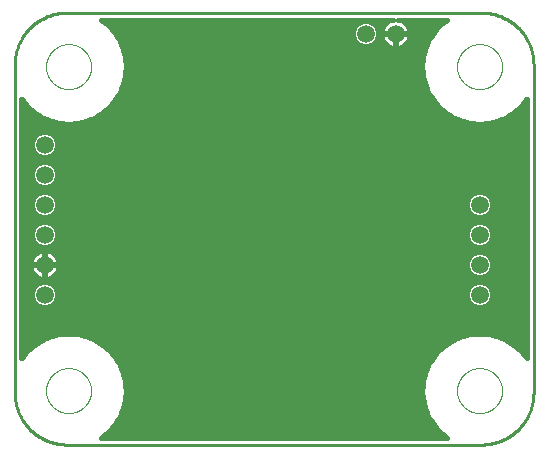
<source format=gbl>
G75*
%MOIN*%
%OFA0B0*%
%FSLAX25Y25*%
%IPPOS*%
%LPD*%
%AMOC8*
5,1,8,0,0,1.08239X$1,22.5*
%
%ADD10C,0.01000*%
%ADD11C,0.00000*%
%ADD12C,0.05906*%
%ADD13C,0.01600*%
%ADD14C,0.03562*%
%ADD15C,0.01200*%
D10*
X0019300Y0001800D02*
X0157300Y0001800D01*
X0157723Y0001805D01*
X0158145Y0001820D01*
X0158568Y0001846D01*
X0158989Y0001882D01*
X0159409Y0001928D01*
X0159829Y0001984D01*
X0160246Y0002050D01*
X0160662Y0002126D01*
X0161076Y0002212D01*
X0161488Y0002309D01*
X0161897Y0002415D01*
X0162304Y0002531D01*
X0162708Y0002657D01*
X0163108Y0002792D01*
X0163506Y0002937D01*
X0163899Y0003092D01*
X0164289Y0003256D01*
X0164675Y0003430D01*
X0165056Y0003613D01*
X0165433Y0003805D01*
X0165805Y0004006D01*
X0166172Y0004216D01*
X0166534Y0004434D01*
X0166890Y0004662D01*
X0167241Y0004898D01*
X0167586Y0005142D01*
X0167925Y0005395D01*
X0168258Y0005656D01*
X0168585Y0005924D01*
X0168905Y0006201D01*
X0169218Y0006485D01*
X0169524Y0006777D01*
X0169823Y0007076D01*
X0170115Y0007382D01*
X0170399Y0007695D01*
X0170676Y0008015D01*
X0170944Y0008342D01*
X0171205Y0008675D01*
X0171458Y0009014D01*
X0171702Y0009359D01*
X0171938Y0009710D01*
X0172166Y0010066D01*
X0172384Y0010428D01*
X0172594Y0010795D01*
X0172795Y0011167D01*
X0172987Y0011544D01*
X0173170Y0011925D01*
X0173344Y0012311D01*
X0173508Y0012701D01*
X0173663Y0013094D01*
X0173808Y0013492D01*
X0173943Y0013892D01*
X0174069Y0014296D01*
X0174185Y0014703D01*
X0174291Y0015112D01*
X0174388Y0015524D01*
X0174474Y0015938D01*
X0174550Y0016354D01*
X0174616Y0016771D01*
X0174672Y0017191D01*
X0174718Y0017611D01*
X0174754Y0018032D01*
X0174780Y0018455D01*
X0174795Y0018877D01*
X0174800Y0019300D01*
X0174800Y0128300D01*
X0174795Y0128723D01*
X0174780Y0129145D01*
X0174754Y0129568D01*
X0174718Y0129989D01*
X0174672Y0130409D01*
X0174616Y0130829D01*
X0174550Y0131246D01*
X0174474Y0131662D01*
X0174388Y0132076D01*
X0174291Y0132488D01*
X0174185Y0132897D01*
X0174069Y0133304D01*
X0173943Y0133708D01*
X0173808Y0134108D01*
X0173663Y0134506D01*
X0173508Y0134899D01*
X0173344Y0135289D01*
X0173170Y0135675D01*
X0172987Y0136056D01*
X0172795Y0136433D01*
X0172594Y0136805D01*
X0172384Y0137172D01*
X0172166Y0137534D01*
X0171938Y0137890D01*
X0171702Y0138241D01*
X0171458Y0138586D01*
X0171205Y0138925D01*
X0170944Y0139258D01*
X0170676Y0139585D01*
X0170399Y0139905D01*
X0170115Y0140218D01*
X0169823Y0140524D01*
X0169524Y0140823D01*
X0169218Y0141115D01*
X0168905Y0141399D01*
X0168585Y0141676D01*
X0168258Y0141944D01*
X0167925Y0142205D01*
X0167586Y0142458D01*
X0167241Y0142702D01*
X0166890Y0142938D01*
X0166534Y0143166D01*
X0166172Y0143384D01*
X0165805Y0143594D01*
X0165433Y0143795D01*
X0165056Y0143987D01*
X0164675Y0144170D01*
X0164289Y0144344D01*
X0163899Y0144508D01*
X0163506Y0144663D01*
X0163108Y0144808D01*
X0162708Y0144943D01*
X0162304Y0145069D01*
X0161897Y0145185D01*
X0161488Y0145291D01*
X0161076Y0145388D01*
X0160662Y0145474D01*
X0160246Y0145550D01*
X0159829Y0145616D01*
X0159409Y0145672D01*
X0158989Y0145718D01*
X0158568Y0145754D01*
X0158145Y0145780D01*
X0157723Y0145795D01*
X0157300Y0145800D01*
X0019300Y0145800D01*
X0018877Y0145795D01*
X0018455Y0145780D01*
X0018032Y0145754D01*
X0017611Y0145718D01*
X0017191Y0145672D01*
X0016771Y0145616D01*
X0016354Y0145550D01*
X0015938Y0145474D01*
X0015524Y0145388D01*
X0015112Y0145291D01*
X0014703Y0145185D01*
X0014296Y0145069D01*
X0013892Y0144943D01*
X0013492Y0144808D01*
X0013094Y0144663D01*
X0012701Y0144508D01*
X0012311Y0144344D01*
X0011925Y0144170D01*
X0011544Y0143987D01*
X0011167Y0143795D01*
X0010795Y0143594D01*
X0010428Y0143384D01*
X0010066Y0143166D01*
X0009710Y0142938D01*
X0009359Y0142702D01*
X0009014Y0142458D01*
X0008675Y0142205D01*
X0008342Y0141944D01*
X0008015Y0141676D01*
X0007695Y0141399D01*
X0007382Y0141115D01*
X0007076Y0140823D01*
X0006777Y0140524D01*
X0006485Y0140218D01*
X0006201Y0139905D01*
X0005924Y0139585D01*
X0005656Y0139258D01*
X0005395Y0138925D01*
X0005142Y0138586D01*
X0004898Y0138241D01*
X0004662Y0137890D01*
X0004434Y0137534D01*
X0004216Y0137172D01*
X0004006Y0136805D01*
X0003805Y0136433D01*
X0003613Y0136056D01*
X0003430Y0135675D01*
X0003256Y0135289D01*
X0003092Y0134899D01*
X0002937Y0134506D01*
X0002792Y0134108D01*
X0002657Y0133708D01*
X0002531Y0133304D01*
X0002415Y0132897D01*
X0002309Y0132488D01*
X0002212Y0132076D01*
X0002126Y0131662D01*
X0002050Y0131246D01*
X0001984Y0130829D01*
X0001928Y0130409D01*
X0001882Y0129989D01*
X0001846Y0129568D01*
X0001820Y0129145D01*
X0001805Y0128723D01*
X0001800Y0128300D01*
X0001800Y0019300D01*
X0001805Y0018877D01*
X0001820Y0018455D01*
X0001846Y0018032D01*
X0001882Y0017611D01*
X0001928Y0017191D01*
X0001984Y0016771D01*
X0002050Y0016354D01*
X0002126Y0015938D01*
X0002212Y0015524D01*
X0002309Y0015112D01*
X0002415Y0014703D01*
X0002531Y0014296D01*
X0002657Y0013892D01*
X0002792Y0013492D01*
X0002937Y0013094D01*
X0003092Y0012701D01*
X0003256Y0012311D01*
X0003430Y0011925D01*
X0003613Y0011544D01*
X0003805Y0011167D01*
X0004006Y0010795D01*
X0004216Y0010428D01*
X0004434Y0010066D01*
X0004662Y0009710D01*
X0004898Y0009359D01*
X0005142Y0009014D01*
X0005395Y0008675D01*
X0005656Y0008342D01*
X0005924Y0008015D01*
X0006201Y0007695D01*
X0006485Y0007382D01*
X0006777Y0007076D01*
X0007076Y0006777D01*
X0007382Y0006485D01*
X0007695Y0006201D01*
X0008015Y0005924D01*
X0008342Y0005656D01*
X0008675Y0005395D01*
X0009014Y0005142D01*
X0009359Y0004898D01*
X0009710Y0004662D01*
X0010066Y0004434D01*
X0010428Y0004216D01*
X0010795Y0004006D01*
X0011167Y0003805D01*
X0011544Y0003613D01*
X0011925Y0003430D01*
X0012311Y0003256D01*
X0012701Y0003092D01*
X0013094Y0002937D01*
X0013492Y0002792D01*
X0013892Y0002657D01*
X0014296Y0002531D01*
X0014703Y0002415D01*
X0015112Y0002309D01*
X0015524Y0002212D01*
X0015938Y0002126D01*
X0016354Y0002050D01*
X0016771Y0001984D01*
X0017191Y0001928D01*
X0017611Y0001882D01*
X0018032Y0001846D01*
X0018455Y0001820D01*
X0018877Y0001805D01*
X0019300Y0001800D01*
D11*
X0012300Y0019800D02*
X0012302Y0019984D01*
X0012309Y0020168D01*
X0012320Y0020352D01*
X0012336Y0020535D01*
X0012356Y0020718D01*
X0012381Y0020900D01*
X0012410Y0021082D01*
X0012444Y0021263D01*
X0012482Y0021443D01*
X0012525Y0021622D01*
X0012572Y0021800D01*
X0012623Y0021977D01*
X0012679Y0022153D01*
X0012738Y0022327D01*
X0012803Y0022499D01*
X0012871Y0022670D01*
X0012943Y0022839D01*
X0013020Y0023007D01*
X0013101Y0023172D01*
X0013186Y0023335D01*
X0013274Y0023497D01*
X0013367Y0023656D01*
X0013464Y0023812D01*
X0013564Y0023967D01*
X0013668Y0024119D01*
X0013776Y0024268D01*
X0013887Y0024414D01*
X0014002Y0024558D01*
X0014121Y0024699D01*
X0014243Y0024837D01*
X0014368Y0024972D01*
X0014497Y0025103D01*
X0014628Y0025232D01*
X0014763Y0025357D01*
X0014901Y0025479D01*
X0015042Y0025598D01*
X0015186Y0025713D01*
X0015332Y0025824D01*
X0015481Y0025932D01*
X0015633Y0026036D01*
X0015788Y0026136D01*
X0015944Y0026233D01*
X0016103Y0026326D01*
X0016265Y0026414D01*
X0016428Y0026499D01*
X0016593Y0026580D01*
X0016761Y0026657D01*
X0016930Y0026729D01*
X0017101Y0026797D01*
X0017273Y0026862D01*
X0017447Y0026921D01*
X0017623Y0026977D01*
X0017800Y0027028D01*
X0017978Y0027075D01*
X0018157Y0027118D01*
X0018337Y0027156D01*
X0018518Y0027190D01*
X0018700Y0027219D01*
X0018882Y0027244D01*
X0019065Y0027264D01*
X0019248Y0027280D01*
X0019432Y0027291D01*
X0019616Y0027298D01*
X0019800Y0027300D01*
X0019984Y0027298D01*
X0020168Y0027291D01*
X0020352Y0027280D01*
X0020535Y0027264D01*
X0020718Y0027244D01*
X0020900Y0027219D01*
X0021082Y0027190D01*
X0021263Y0027156D01*
X0021443Y0027118D01*
X0021622Y0027075D01*
X0021800Y0027028D01*
X0021977Y0026977D01*
X0022153Y0026921D01*
X0022327Y0026862D01*
X0022499Y0026797D01*
X0022670Y0026729D01*
X0022839Y0026657D01*
X0023007Y0026580D01*
X0023172Y0026499D01*
X0023335Y0026414D01*
X0023497Y0026326D01*
X0023656Y0026233D01*
X0023812Y0026136D01*
X0023967Y0026036D01*
X0024119Y0025932D01*
X0024268Y0025824D01*
X0024414Y0025713D01*
X0024558Y0025598D01*
X0024699Y0025479D01*
X0024837Y0025357D01*
X0024972Y0025232D01*
X0025103Y0025103D01*
X0025232Y0024972D01*
X0025357Y0024837D01*
X0025479Y0024699D01*
X0025598Y0024558D01*
X0025713Y0024414D01*
X0025824Y0024268D01*
X0025932Y0024119D01*
X0026036Y0023967D01*
X0026136Y0023812D01*
X0026233Y0023656D01*
X0026326Y0023497D01*
X0026414Y0023335D01*
X0026499Y0023172D01*
X0026580Y0023007D01*
X0026657Y0022839D01*
X0026729Y0022670D01*
X0026797Y0022499D01*
X0026862Y0022327D01*
X0026921Y0022153D01*
X0026977Y0021977D01*
X0027028Y0021800D01*
X0027075Y0021622D01*
X0027118Y0021443D01*
X0027156Y0021263D01*
X0027190Y0021082D01*
X0027219Y0020900D01*
X0027244Y0020718D01*
X0027264Y0020535D01*
X0027280Y0020352D01*
X0027291Y0020168D01*
X0027298Y0019984D01*
X0027300Y0019800D01*
X0027298Y0019616D01*
X0027291Y0019432D01*
X0027280Y0019248D01*
X0027264Y0019065D01*
X0027244Y0018882D01*
X0027219Y0018700D01*
X0027190Y0018518D01*
X0027156Y0018337D01*
X0027118Y0018157D01*
X0027075Y0017978D01*
X0027028Y0017800D01*
X0026977Y0017623D01*
X0026921Y0017447D01*
X0026862Y0017273D01*
X0026797Y0017101D01*
X0026729Y0016930D01*
X0026657Y0016761D01*
X0026580Y0016593D01*
X0026499Y0016428D01*
X0026414Y0016265D01*
X0026326Y0016103D01*
X0026233Y0015944D01*
X0026136Y0015788D01*
X0026036Y0015633D01*
X0025932Y0015481D01*
X0025824Y0015332D01*
X0025713Y0015186D01*
X0025598Y0015042D01*
X0025479Y0014901D01*
X0025357Y0014763D01*
X0025232Y0014628D01*
X0025103Y0014497D01*
X0024972Y0014368D01*
X0024837Y0014243D01*
X0024699Y0014121D01*
X0024558Y0014002D01*
X0024414Y0013887D01*
X0024268Y0013776D01*
X0024119Y0013668D01*
X0023967Y0013564D01*
X0023812Y0013464D01*
X0023656Y0013367D01*
X0023497Y0013274D01*
X0023335Y0013186D01*
X0023172Y0013101D01*
X0023007Y0013020D01*
X0022839Y0012943D01*
X0022670Y0012871D01*
X0022499Y0012803D01*
X0022327Y0012738D01*
X0022153Y0012679D01*
X0021977Y0012623D01*
X0021800Y0012572D01*
X0021622Y0012525D01*
X0021443Y0012482D01*
X0021263Y0012444D01*
X0021082Y0012410D01*
X0020900Y0012381D01*
X0020718Y0012356D01*
X0020535Y0012336D01*
X0020352Y0012320D01*
X0020168Y0012309D01*
X0019984Y0012302D01*
X0019800Y0012300D01*
X0019616Y0012302D01*
X0019432Y0012309D01*
X0019248Y0012320D01*
X0019065Y0012336D01*
X0018882Y0012356D01*
X0018700Y0012381D01*
X0018518Y0012410D01*
X0018337Y0012444D01*
X0018157Y0012482D01*
X0017978Y0012525D01*
X0017800Y0012572D01*
X0017623Y0012623D01*
X0017447Y0012679D01*
X0017273Y0012738D01*
X0017101Y0012803D01*
X0016930Y0012871D01*
X0016761Y0012943D01*
X0016593Y0013020D01*
X0016428Y0013101D01*
X0016265Y0013186D01*
X0016103Y0013274D01*
X0015944Y0013367D01*
X0015788Y0013464D01*
X0015633Y0013564D01*
X0015481Y0013668D01*
X0015332Y0013776D01*
X0015186Y0013887D01*
X0015042Y0014002D01*
X0014901Y0014121D01*
X0014763Y0014243D01*
X0014628Y0014368D01*
X0014497Y0014497D01*
X0014368Y0014628D01*
X0014243Y0014763D01*
X0014121Y0014901D01*
X0014002Y0015042D01*
X0013887Y0015186D01*
X0013776Y0015332D01*
X0013668Y0015481D01*
X0013564Y0015633D01*
X0013464Y0015788D01*
X0013367Y0015944D01*
X0013274Y0016103D01*
X0013186Y0016265D01*
X0013101Y0016428D01*
X0013020Y0016593D01*
X0012943Y0016761D01*
X0012871Y0016930D01*
X0012803Y0017101D01*
X0012738Y0017273D01*
X0012679Y0017447D01*
X0012623Y0017623D01*
X0012572Y0017800D01*
X0012525Y0017978D01*
X0012482Y0018157D01*
X0012444Y0018337D01*
X0012410Y0018518D01*
X0012381Y0018700D01*
X0012356Y0018882D01*
X0012336Y0019065D01*
X0012320Y0019248D01*
X0012309Y0019432D01*
X0012302Y0019616D01*
X0012300Y0019800D01*
X0012300Y0127800D02*
X0012302Y0127984D01*
X0012309Y0128168D01*
X0012320Y0128352D01*
X0012336Y0128535D01*
X0012356Y0128718D01*
X0012381Y0128900D01*
X0012410Y0129082D01*
X0012444Y0129263D01*
X0012482Y0129443D01*
X0012525Y0129622D01*
X0012572Y0129800D01*
X0012623Y0129977D01*
X0012679Y0130153D01*
X0012738Y0130327D01*
X0012803Y0130499D01*
X0012871Y0130670D01*
X0012943Y0130839D01*
X0013020Y0131007D01*
X0013101Y0131172D01*
X0013186Y0131335D01*
X0013274Y0131497D01*
X0013367Y0131656D01*
X0013464Y0131812D01*
X0013564Y0131967D01*
X0013668Y0132119D01*
X0013776Y0132268D01*
X0013887Y0132414D01*
X0014002Y0132558D01*
X0014121Y0132699D01*
X0014243Y0132837D01*
X0014368Y0132972D01*
X0014497Y0133103D01*
X0014628Y0133232D01*
X0014763Y0133357D01*
X0014901Y0133479D01*
X0015042Y0133598D01*
X0015186Y0133713D01*
X0015332Y0133824D01*
X0015481Y0133932D01*
X0015633Y0134036D01*
X0015788Y0134136D01*
X0015944Y0134233D01*
X0016103Y0134326D01*
X0016265Y0134414D01*
X0016428Y0134499D01*
X0016593Y0134580D01*
X0016761Y0134657D01*
X0016930Y0134729D01*
X0017101Y0134797D01*
X0017273Y0134862D01*
X0017447Y0134921D01*
X0017623Y0134977D01*
X0017800Y0135028D01*
X0017978Y0135075D01*
X0018157Y0135118D01*
X0018337Y0135156D01*
X0018518Y0135190D01*
X0018700Y0135219D01*
X0018882Y0135244D01*
X0019065Y0135264D01*
X0019248Y0135280D01*
X0019432Y0135291D01*
X0019616Y0135298D01*
X0019800Y0135300D01*
X0019984Y0135298D01*
X0020168Y0135291D01*
X0020352Y0135280D01*
X0020535Y0135264D01*
X0020718Y0135244D01*
X0020900Y0135219D01*
X0021082Y0135190D01*
X0021263Y0135156D01*
X0021443Y0135118D01*
X0021622Y0135075D01*
X0021800Y0135028D01*
X0021977Y0134977D01*
X0022153Y0134921D01*
X0022327Y0134862D01*
X0022499Y0134797D01*
X0022670Y0134729D01*
X0022839Y0134657D01*
X0023007Y0134580D01*
X0023172Y0134499D01*
X0023335Y0134414D01*
X0023497Y0134326D01*
X0023656Y0134233D01*
X0023812Y0134136D01*
X0023967Y0134036D01*
X0024119Y0133932D01*
X0024268Y0133824D01*
X0024414Y0133713D01*
X0024558Y0133598D01*
X0024699Y0133479D01*
X0024837Y0133357D01*
X0024972Y0133232D01*
X0025103Y0133103D01*
X0025232Y0132972D01*
X0025357Y0132837D01*
X0025479Y0132699D01*
X0025598Y0132558D01*
X0025713Y0132414D01*
X0025824Y0132268D01*
X0025932Y0132119D01*
X0026036Y0131967D01*
X0026136Y0131812D01*
X0026233Y0131656D01*
X0026326Y0131497D01*
X0026414Y0131335D01*
X0026499Y0131172D01*
X0026580Y0131007D01*
X0026657Y0130839D01*
X0026729Y0130670D01*
X0026797Y0130499D01*
X0026862Y0130327D01*
X0026921Y0130153D01*
X0026977Y0129977D01*
X0027028Y0129800D01*
X0027075Y0129622D01*
X0027118Y0129443D01*
X0027156Y0129263D01*
X0027190Y0129082D01*
X0027219Y0128900D01*
X0027244Y0128718D01*
X0027264Y0128535D01*
X0027280Y0128352D01*
X0027291Y0128168D01*
X0027298Y0127984D01*
X0027300Y0127800D01*
X0027298Y0127616D01*
X0027291Y0127432D01*
X0027280Y0127248D01*
X0027264Y0127065D01*
X0027244Y0126882D01*
X0027219Y0126700D01*
X0027190Y0126518D01*
X0027156Y0126337D01*
X0027118Y0126157D01*
X0027075Y0125978D01*
X0027028Y0125800D01*
X0026977Y0125623D01*
X0026921Y0125447D01*
X0026862Y0125273D01*
X0026797Y0125101D01*
X0026729Y0124930D01*
X0026657Y0124761D01*
X0026580Y0124593D01*
X0026499Y0124428D01*
X0026414Y0124265D01*
X0026326Y0124103D01*
X0026233Y0123944D01*
X0026136Y0123788D01*
X0026036Y0123633D01*
X0025932Y0123481D01*
X0025824Y0123332D01*
X0025713Y0123186D01*
X0025598Y0123042D01*
X0025479Y0122901D01*
X0025357Y0122763D01*
X0025232Y0122628D01*
X0025103Y0122497D01*
X0024972Y0122368D01*
X0024837Y0122243D01*
X0024699Y0122121D01*
X0024558Y0122002D01*
X0024414Y0121887D01*
X0024268Y0121776D01*
X0024119Y0121668D01*
X0023967Y0121564D01*
X0023812Y0121464D01*
X0023656Y0121367D01*
X0023497Y0121274D01*
X0023335Y0121186D01*
X0023172Y0121101D01*
X0023007Y0121020D01*
X0022839Y0120943D01*
X0022670Y0120871D01*
X0022499Y0120803D01*
X0022327Y0120738D01*
X0022153Y0120679D01*
X0021977Y0120623D01*
X0021800Y0120572D01*
X0021622Y0120525D01*
X0021443Y0120482D01*
X0021263Y0120444D01*
X0021082Y0120410D01*
X0020900Y0120381D01*
X0020718Y0120356D01*
X0020535Y0120336D01*
X0020352Y0120320D01*
X0020168Y0120309D01*
X0019984Y0120302D01*
X0019800Y0120300D01*
X0019616Y0120302D01*
X0019432Y0120309D01*
X0019248Y0120320D01*
X0019065Y0120336D01*
X0018882Y0120356D01*
X0018700Y0120381D01*
X0018518Y0120410D01*
X0018337Y0120444D01*
X0018157Y0120482D01*
X0017978Y0120525D01*
X0017800Y0120572D01*
X0017623Y0120623D01*
X0017447Y0120679D01*
X0017273Y0120738D01*
X0017101Y0120803D01*
X0016930Y0120871D01*
X0016761Y0120943D01*
X0016593Y0121020D01*
X0016428Y0121101D01*
X0016265Y0121186D01*
X0016103Y0121274D01*
X0015944Y0121367D01*
X0015788Y0121464D01*
X0015633Y0121564D01*
X0015481Y0121668D01*
X0015332Y0121776D01*
X0015186Y0121887D01*
X0015042Y0122002D01*
X0014901Y0122121D01*
X0014763Y0122243D01*
X0014628Y0122368D01*
X0014497Y0122497D01*
X0014368Y0122628D01*
X0014243Y0122763D01*
X0014121Y0122901D01*
X0014002Y0123042D01*
X0013887Y0123186D01*
X0013776Y0123332D01*
X0013668Y0123481D01*
X0013564Y0123633D01*
X0013464Y0123788D01*
X0013367Y0123944D01*
X0013274Y0124103D01*
X0013186Y0124265D01*
X0013101Y0124428D01*
X0013020Y0124593D01*
X0012943Y0124761D01*
X0012871Y0124930D01*
X0012803Y0125101D01*
X0012738Y0125273D01*
X0012679Y0125447D01*
X0012623Y0125623D01*
X0012572Y0125800D01*
X0012525Y0125978D01*
X0012482Y0126157D01*
X0012444Y0126337D01*
X0012410Y0126518D01*
X0012381Y0126700D01*
X0012356Y0126882D01*
X0012336Y0127065D01*
X0012320Y0127248D01*
X0012309Y0127432D01*
X0012302Y0127616D01*
X0012300Y0127800D01*
X0149300Y0127800D02*
X0149302Y0127984D01*
X0149309Y0128168D01*
X0149320Y0128352D01*
X0149336Y0128535D01*
X0149356Y0128718D01*
X0149381Y0128900D01*
X0149410Y0129082D01*
X0149444Y0129263D01*
X0149482Y0129443D01*
X0149525Y0129622D01*
X0149572Y0129800D01*
X0149623Y0129977D01*
X0149679Y0130153D01*
X0149738Y0130327D01*
X0149803Y0130499D01*
X0149871Y0130670D01*
X0149943Y0130839D01*
X0150020Y0131007D01*
X0150101Y0131172D01*
X0150186Y0131335D01*
X0150274Y0131497D01*
X0150367Y0131656D01*
X0150464Y0131812D01*
X0150564Y0131967D01*
X0150668Y0132119D01*
X0150776Y0132268D01*
X0150887Y0132414D01*
X0151002Y0132558D01*
X0151121Y0132699D01*
X0151243Y0132837D01*
X0151368Y0132972D01*
X0151497Y0133103D01*
X0151628Y0133232D01*
X0151763Y0133357D01*
X0151901Y0133479D01*
X0152042Y0133598D01*
X0152186Y0133713D01*
X0152332Y0133824D01*
X0152481Y0133932D01*
X0152633Y0134036D01*
X0152788Y0134136D01*
X0152944Y0134233D01*
X0153103Y0134326D01*
X0153265Y0134414D01*
X0153428Y0134499D01*
X0153593Y0134580D01*
X0153761Y0134657D01*
X0153930Y0134729D01*
X0154101Y0134797D01*
X0154273Y0134862D01*
X0154447Y0134921D01*
X0154623Y0134977D01*
X0154800Y0135028D01*
X0154978Y0135075D01*
X0155157Y0135118D01*
X0155337Y0135156D01*
X0155518Y0135190D01*
X0155700Y0135219D01*
X0155882Y0135244D01*
X0156065Y0135264D01*
X0156248Y0135280D01*
X0156432Y0135291D01*
X0156616Y0135298D01*
X0156800Y0135300D01*
X0156984Y0135298D01*
X0157168Y0135291D01*
X0157352Y0135280D01*
X0157535Y0135264D01*
X0157718Y0135244D01*
X0157900Y0135219D01*
X0158082Y0135190D01*
X0158263Y0135156D01*
X0158443Y0135118D01*
X0158622Y0135075D01*
X0158800Y0135028D01*
X0158977Y0134977D01*
X0159153Y0134921D01*
X0159327Y0134862D01*
X0159499Y0134797D01*
X0159670Y0134729D01*
X0159839Y0134657D01*
X0160007Y0134580D01*
X0160172Y0134499D01*
X0160335Y0134414D01*
X0160497Y0134326D01*
X0160656Y0134233D01*
X0160812Y0134136D01*
X0160967Y0134036D01*
X0161119Y0133932D01*
X0161268Y0133824D01*
X0161414Y0133713D01*
X0161558Y0133598D01*
X0161699Y0133479D01*
X0161837Y0133357D01*
X0161972Y0133232D01*
X0162103Y0133103D01*
X0162232Y0132972D01*
X0162357Y0132837D01*
X0162479Y0132699D01*
X0162598Y0132558D01*
X0162713Y0132414D01*
X0162824Y0132268D01*
X0162932Y0132119D01*
X0163036Y0131967D01*
X0163136Y0131812D01*
X0163233Y0131656D01*
X0163326Y0131497D01*
X0163414Y0131335D01*
X0163499Y0131172D01*
X0163580Y0131007D01*
X0163657Y0130839D01*
X0163729Y0130670D01*
X0163797Y0130499D01*
X0163862Y0130327D01*
X0163921Y0130153D01*
X0163977Y0129977D01*
X0164028Y0129800D01*
X0164075Y0129622D01*
X0164118Y0129443D01*
X0164156Y0129263D01*
X0164190Y0129082D01*
X0164219Y0128900D01*
X0164244Y0128718D01*
X0164264Y0128535D01*
X0164280Y0128352D01*
X0164291Y0128168D01*
X0164298Y0127984D01*
X0164300Y0127800D01*
X0164298Y0127616D01*
X0164291Y0127432D01*
X0164280Y0127248D01*
X0164264Y0127065D01*
X0164244Y0126882D01*
X0164219Y0126700D01*
X0164190Y0126518D01*
X0164156Y0126337D01*
X0164118Y0126157D01*
X0164075Y0125978D01*
X0164028Y0125800D01*
X0163977Y0125623D01*
X0163921Y0125447D01*
X0163862Y0125273D01*
X0163797Y0125101D01*
X0163729Y0124930D01*
X0163657Y0124761D01*
X0163580Y0124593D01*
X0163499Y0124428D01*
X0163414Y0124265D01*
X0163326Y0124103D01*
X0163233Y0123944D01*
X0163136Y0123788D01*
X0163036Y0123633D01*
X0162932Y0123481D01*
X0162824Y0123332D01*
X0162713Y0123186D01*
X0162598Y0123042D01*
X0162479Y0122901D01*
X0162357Y0122763D01*
X0162232Y0122628D01*
X0162103Y0122497D01*
X0161972Y0122368D01*
X0161837Y0122243D01*
X0161699Y0122121D01*
X0161558Y0122002D01*
X0161414Y0121887D01*
X0161268Y0121776D01*
X0161119Y0121668D01*
X0160967Y0121564D01*
X0160812Y0121464D01*
X0160656Y0121367D01*
X0160497Y0121274D01*
X0160335Y0121186D01*
X0160172Y0121101D01*
X0160007Y0121020D01*
X0159839Y0120943D01*
X0159670Y0120871D01*
X0159499Y0120803D01*
X0159327Y0120738D01*
X0159153Y0120679D01*
X0158977Y0120623D01*
X0158800Y0120572D01*
X0158622Y0120525D01*
X0158443Y0120482D01*
X0158263Y0120444D01*
X0158082Y0120410D01*
X0157900Y0120381D01*
X0157718Y0120356D01*
X0157535Y0120336D01*
X0157352Y0120320D01*
X0157168Y0120309D01*
X0156984Y0120302D01*
X0156800Y0120300D01*
X0156616Y0120302D01*
X0156432Y0120309D01*
X0156248Y0120320D01*
X0156065Y0120336D01*
X0155882Y0120356D01*
X0155700Y0120381D01*
X0155518Y0120410D01*
X0155337Y0120444D01*
X0155157Y0120482D01*
X0154978Y0120525D01*
X0154800Y0120572D01*
X0154623Y0120623D01*
X0154447Y0120679D01*
X0154273Y0120738D01*
X0154101Y0120803D01*
X0153930Y0120871D01*
X0153761Y0120943D01*
X0153593Y0121020D01*
X0153428Y0121101D01*
X0153265Y0121186D01*
X0153103Y0121274D01*
X0152944Y0121367D01*
X0152788Y0121464D01*
X0152633Y0121564D01*
X0152481Y0121668D01*
X0152332Y0121776D01*
X0152186Y0121887D01*
X0152042Y0122002D01*
X0151901Y0122121D01*
X0151763Y0122243D01*
X0151628Y0122368D01*
X0151497Y0122497D01*
X0151368Y0122628D01*
X0151243Y0122763D01*
X0151121Y0122901D01*
X0151002Y0123042D01*
X0150887Y0123186D01*
X0150776Y0123332D01*
X0150668Y0123481D01*
X0150564Y0123633D01*
X0150464Y0123788D01*
X0150367Y0123944D01*
X0150274Y0124103D01*
X0150186Y0124265D01*
X0150101Y0124428D01*
X0150020Y0124593D01*
X0149943Y0124761D01*
X0149871Y0124930D01*
X0149803Y0125101D01*
X0149738Y0125273D01*
X0149679Y0125447D01*
X0149623Y0125623D01*
X0149572Y0125800D01*
X0149525Y0125978D01*
X0149482Y0126157D01*
X0149444Y0126337D01*
X0149410Y0126518D01*
X0149381Y0126700D01*
X0149356Y0126882D01*
X0149336Y0127065D01*
X0149320Y0127248D01*
X0149309Y0127432D01*
X0149302Y0127616D01*
X0149300Y0127800D01*
X0149300Y0019800D02*
X0149302Y0019984D01*
X0149309Y0020168D01*
X0149320Y0020352D01*
X0149336Y0020535D01*
X0149356Y0020718D01*
X0149381Y0020900D01*
X0149410Y0021082D01*
X0149444Y0021263D01*
X0149482Y0021443D01*
X0149525Y0021622D01*
X0149572Y0021800D01*
X0149623Y0021977D01*
X0149679Y0022153D01*
X0149738Y0022327D01*
X0149803Y0022499D01*
X0149871Y0022670D01*
X0149943Y0022839D01*
X0150020Y0023007D01*
X0150101Y0023172D01*
X0150186Y0023335D01*
X0150274Y0023497D01*
X0150367Y0023656D01*
X0150464Y0023812D01*
X0150564Y0023967D01*
X0150668Y0024119D01*
X0150776Y0024268D01*
X0150887Y0024414D01*
X0151002Y0024558D01*
X0151121Y0024699D01*
X0151243Y0024837D01*
X0151368Y0024972D01*
X0151497Y0025103D01*
X0151628Y0025232D01*
X0151763Y0025357D01*
X0151901Y0025479D01*
X0152042Y0025598D01*
X0152186Y0025713D01*
X0152332Y0025824D01*
X0152481Y0025932D01*
X0152633Y0026036D01*
X0152788Y0026136D01*
X0152944Y0026233D01*
X0153103Y0026326D01*
X0153265Y0026414D01*
X0153428Y0026499D01*
X0153593Y0026580D01*
X0153761Y0026657D01*
X0153930Y0026729D01*
X0154101Y0026797D01*
X0154273Y0026862D01*
X0154447Y0026921D01*
X0154623Y0026977D01*
X0154800Y0027028D01*
X0154978Y0027075D01*
X0155157Y0027118D01*
X0155337Y0027156D01*
X0155518Y0027190D01*
X0155700Y0027219D01*
X0155882Y0027244D01*
X0156065Y0027264D01*
X0156248Y0027280D01*
X0156432Y0027291D01*
X0156616Y0027298D01*
X0156800Y0027300D01*
X0156984Y0027298D01*
X0157168Y0027291D01*
X0157352Y0027280D01*
X0157535Y0027264D01*
X0157718Y0027244D01*
X0157900Y0027219D01*
X0158082Y0027190D01*
X0158263Y0027156D01*
X0158443Y0027118D01*
X0158622Y0027075D01*
X0158800Y0027028D01*
X0158977Y0026977D01*
X0159153Y0026921D01*
X0159327Y0026862D01*
X0159499Y0026797D01*
X0159670Y0026729D01*
X0159839Y0026657D01*
X0160007Y0026580D01*
X0160172Y0026499D01*
X0160335Y0026414D01*
X0160497Y0026326D01*
X0160656Y0026233D01*
X0160812Y0026136D01*
X0160967Y0026036D01*
X0161119Y0025932D01*
X0161268Y0025824D01*
X0161414Y0025713D01*
X0161558Y0025598D01*
X0161699Y0025479D01*
X0161837Y0025357D01*
X0161972Y0025232D01*
X0162103Y0025103D01*
X0162232Y0024972D01*
X0162357Y0024837D01*
X0162479Y0024699D01*
X0162598Y0024558D01*
X0162713Y0024414D01*
X0162824Y0024268D01*
X0162932Y0024119D01*
X0163036Y0023967D01*
X0163136Y0023812D01*
X0163233Y0023656D01*
X0163326Y0023497D01*
X0163414Y0023335D01*
X0163499Y0023172D01*
X0163580Y0023007D01*
X0163657Y0022839D01*
X0163729Y0022670D01*
X0163797Y0022499D01*
X0163862Y0022327D01*
X0163921Y0022153D01*
X0163977Y0021977D01*
X0164028Y0021800D01*
X0164075Y0021622D01*
X0164118Y0021443D01*
X0164156Y0021263D01*
X0164190Y0021082D01*
X0164219Y0020900D01*
X0164244Y0020718D01*
X0164264Y0020535D01*
X0164280Y0020352D01*
X0164291Y0020168D01*
X0164298Y0019984D01*
X0164300Y0019800D01*
X0164298Y0019616D01*
X0164291Y0019432D01*
X0164280Y0019248D01*
X0164264Y0019065D01*
X0164244Y0018882D01*
X0164219Y0018700D01*
X0164190Y0018518D01*
X0164156Y0018337D01*
X0164118Y0018157D01*
X0164075Y0017978D01*
X0164028Y0017800D01*
X0163977Y0017623D01*
X0163921Y0017447D01*
X0163862Y0017273D01*
X0163797Y0017101D01*
X0163729Y0016930D01*
X0163657Y0016761D01*
X0163580Y0016593D01*
X0163499Y0016428D01*
X0163414Y0016265D01*
X0163326Y0016103D01*
X0163233Y0015944D01*
X0163136Y0015788D01*
X0163036Y0015633D01*
X0162932Y0015481D01*
X0162824Y0015332D01*
X0162713Y0015186D01*
X0162598Y0015042D01*
X0162479Y0014901D01*
X0162357Y0014763D01*
X0162232Y0014628D01*
X0162103Y0014497D01*
X0161972Y0014368D01*
X0161837Y0014243D01*
X0161699Y0014121D01*
X0161558Y0014002D01*
X0161414Y0013887D01*
X0161268Y0013776D01*
X0161119Y0013668D01*
X0160967Y0013564D01*
X0160812Y0013464D01*
X0160656Y0013367D01*
X0160497Y0013274D01*
X0160335Y0013186D01*
X0160172Y0013101D01*
X0160007Y0013020D01*
X0159839Y0012943D01*
X0159670Y0012871D01*
X0159499Y0012803D01*
X0159327Y0012738D01*
X0159153Y0012679D01*
X0158977Y0012623D01*
X0158800Y0012572D01*
X0158622Y0012525D01*
X0158443Y0012482D01*
X0158263Y0012444D01*
X0158082Y0012410D01*
X0157900Y0012381D01*
X0157718Y0012356D01*
X0157535Y0012336D01*
X0157352Y0012320D01*
X0157168Y0012309D01*
X0156984Y0012302D01*
X0156800Y0012300D01*
X0156616Y0012302D01*
X0156432Y0012309D01*
X0156248Y0012320D01*
X0156065Y0012336D01*
X0155882Y0012356D01*
X0155700Y0012381D01*
X0155518Y0012410D01*
X0155337Y0012444D01*
X0155157Y0012482D01*
X0154978Y0012525D01*
X0154800Y0012572D01*
X0154623Y0012623D01*
X0154447Y0012679D01*
X0154273Y0012738D01*
X0154101Y0012803D01*
X0153930Y0012871D01*
X0153761Y0012943D01*
X0153593Y0013020D01*
X0153428Y0013101D01*
X0153265Y0013186D01*
X0153103Y0013274D01*
X0152944Y0013367D01*
X0152788Y0013464D01*
X0152633Y0013564D01*
X0152481Y0013668D01*
X0152332Y0013776D01*
X0152186Y0013887D01*
X0152042Y0014002D01*
X0151901Y0014121D01*
X0151763Y0014243D01*
X0151628Y0014368D01*
X0151497Y0014497D01*
X0151368Y0014628D01*
X0151243Y0014763D01*
X0151121Y0014901D01*
X0151002Y0015042D01*
X0150887Y0015186D01*
X0150776Y0015332D01*
X0150668Y0015481D01*
X0150564Y0015633D01*
X0150464Y0015788D01*
X0150367Y0015944D01*
X0150274Y0016103D01*
X0150186Y0016265D01*
X0150101Y0016428D01*
X0150020Y0016593D01*
X0149943Y0016761D01*
X0149871Y0016930D01*
X0149803Y0017101D01*
X0149738Y0017273D01*
X0149679Y0017447D01*
X0149623Y0017623D01*
X0149572Y0017800D01*
X0149525Y0017978D01*
X0149482Y0018157D01*
X0149444Y0018337D01*
X0149410Y0018518D01*
X0149381Y0018700D01*
X0149356Y0018882D01*
X0149336Y0019065D01*
X0149320Y0019248D01*
X0149309Y0019432D01*
X0149302Y0019616D01*
X0149300Y0019800D01*
D12*
X0156800Y0051800D03*
X0156800Y0061800D03*
X0156800Y0071800D03*
X0156800Y0081800D03*
X0128800Y0138800D03*
X0118800Y0138800D03*
X0011800Y0101800D03*
X0011800Y0091800D03*
X0011800Y0081800D03*
X0011800Y0071800D03*
X0011800Y0061800D03*
X0011800Y0051800D03*
D13*
X0015063Y0054551D02*
X0153537Y0054551D01*
X0153195Y0054209D02*
X0152547Y0052646D01*
X0152547Y0050954D01*
X0153195Y0049391D01*
X0154391Y0048195D01*
X0155954Y0047547D01*
X0157646Y0047547D01*
X0159209Y0048195D01*
X0160405Y0049391D01*
X0161053Y0050954D01*
X0161053Y0052646D01*
X0160405Y0054209D01*
X0159209Y0055405D01*
X0157646Y0056053D01*
X0155954Y0056053D01*
X0154391Y0055405D01*
X0153195Y0054209D01*
X0152674Y0052952D02*
X0015926Y0052952D01*
X0016053Y0052646D02*
X0015405Y0054209D01*
X0014209Y0055405D01*
X0012646Y0056053D01*
X0010954Y0056053D01*
X0009391Y0055405D01*
X0008195Y0054209D01*
X0007547Y0052646D01*
X0007547Y0050954D01*
X0008195Y0049391D01*
X0009391Y0048195D01*
X0010954Y0047547D01*
X0012646Y0047547D01*
X0014209Y0048195D01*
X0015405Y0049391D01*
X0016053Y0050954D01*
X0016053Y0052646D01*
X0016053Y0051354D02*
X0152547Y0051354D01*
X0153044Y0049755D02*
X0015556Y0049755D01*
X0014118Y0048157D02*
X0154482Y0048157D01*
X0159118Y0048157D02*
X0172500Y0048157D01*
X0172500Y0049755D02*
X0160556Y0049755D01*
X0161053Y0051354D02*
X0172500Y0051354D01*
X0172500Y0052952D02*
X0160926Y0052952D01*
X0160063Y0054551D02*
X0172500Y0054551D01*
X0172500Y0056149D02*
X0004100Y0056149D01*
X0004100Y0057748D02*
X0009291Y0057748D01*
X0009309Y0057735D02*
X0009976Y0057395D01*
X0010687Y0057164D01*
X0011426Y0057047D01*
X0011616Y0057047D01*
X0011616Y0061616D01*
X0007047Y0061616D01*
X0007047Y0061426D01*
X0007164Y0060687D01*
X0007395Y0059976D01*
X0007735Y0059309D01*
X0008175Y0058704D01*
X0008704Y0058175D01*
X0009309Y0057735D01*
X0007716Y0059346D02*
X0004100Y0059346D01*
X0004100Y0060945D02*
X0007123Y0060945D01*
X0007047Y0061984D02*
X0007047Y0062174D01*
X0007164Y0062913D01*
X0007395Y0063624D01*
X0007735Y0064291D01*
X0008175Y0064896D01*
X0008704Y0065425D01*
X0009309Y0065865D01*
X0009976Y0066205D01*
X0010687Y0066436D01*
X0011426Y0066553D01*
X0011616Y0066553D01*
X0011616Y0061984D01*
X0011616Y0061616D01*
X0011984Y0061616D01*
X0011984Y0057047D01*
X0012174Y0057047D01*
X0012913Y0057164D01*
X0013624Y0057395D01*
X0014291Y0057735D01*
X0014896Y0058175D01*
X0015425Y0058704D01*
X0015865Y0059309D01*
X0016205Y0059976D01*
X0016436Y0060687D01*
X0016553Y0061426D01*
X0016553Y0061616D01*
X0011984Y0061616D01*
X0011984Y0061984D01*
X0011616Y0061984D01*
X0007047Y0061984D01*
X0007106Y0062543D02*
X0004100Y0062543D01*
X0004100Y0064142D02*
X0007659Y0064142D01*
X0009138Y0065740D02*
X0004100Y0065740D01*
X0004100Y0067339D02*
X0172500Y0067339D01*
X0172500Y0068937D02*
X0159952Y0068937D01*
X0160405Y0069391D02*
X0159209Y0068195D01*
X0157646Y0067547D01*
X0155954Y0067547D01*
X0154391Y0068195D01*
X0153195Y0069391D01*
X0152547Y0070954D01*
X0152547Y0072646D01*
X0153195Y0074209D01*
X0154391Y0075405D01*
X0155954Y0076053D01*
X0157646Y0076053D01*
X0159209Y0075405D01*
X0160405Y0074209D01*
X0161053Y0072646D01*
X0161053Y0070954D01*
X0160405Y0069391D01*
X0160880Y0070536D02*
X0172500Y0070536D01*
X0172500Y0072134D02*
X0161053Y0072134D01*
X0160602Y0073733D02*
X0172500Y0073733D01*
X0172500Y0075332D02*
X0159283Y0075332D01*
X0157646Y0077547D02*
X0159209Y0078195D01*
X0160405Y0079391D01*
X0161053Y0080954D01*
X0161053Y0082646D01*
X0160405Y0084209D01*
X0159209Y0085405D01*
X0157646Y0086053D01*
X0155954Y0086053D01*
X0154391Y0085405D01*
X0153195Y0084209D01*
X0152547Y0082646D01*
X0152547Y0080954D01*
X0153195Y0079391D01*
X0154391Y0078195D01*
X0155954Y0077547D01*
X0157646Y0077547D01*
X0159543Y0078529D02*
X0172500Y0078529D01*
X0172500Y0080127D02*
X0160710Y0080127D01*
X0161053Y0081726D02*
X0172500Y0081726D01*
X0172500Y0083324D02*
X0160772Y0083324D01*
X0159692Y0084923D02*
X0172500Y0084923D01*
X0172500Y0086521D02*
X0004100Y0086521D01*
X0004100Y0084923D02*
X0008908Y0084923D01*
X0009391Y0085405D02*
X0008195Y0084209D01*
X0007547Y0082646D01*
X0007547Y0080954D01*
X0008195Y0079391D01*
X0009391Y0078195D01*
X0010954Y0077547D01*
X0012646Y0077547D01*
X0014209Y0078195D01*
X0015405Y0079391D01*
X0016053Y0080954D01*
X0016053Y0082646D01*
X0015405Y0084209D01*
X0014209Y0085405D01*
X0012646Y0086053D01*
X0010954Y0086053D01*
X0009391Y0085405D01*
X0007828Y0083324D02*
X0004100Y0083324D01*
X0004100Y0081726D02*
X0007547Y0081726D01*
X0007890Y0080127D02*
X0004100Y0080127D01*
X0004100Y0078529D02*
X0009057Y0078529D01*
X0010954Y0076053D02*
X0009391Y0075405D01*
X0008195Y0074209D01*
X0007547Y0072646D01*
X0007547Y0070954D01*
X0008195Y0069391D01*
X0009391Y0068195D01*
X0010954Y0067547D01*
X0012646Y0067547D01*
X0014209Y0068195D01*
X0015405Y0069391D01*
X0016053Y0070954D01*
X0016053Y0072646D01*
X0015405Y0074209D01*
X0014209Y0075405D01*
X0012646Y0076053D01*
X0010954Y0076053D01*
X0009317Y0075332D02*
X0004100Y0075332D01*
X0004100Y0076930D02*
X0172500Y0076930D01*
X0172500Y0088120D02*
X0014028Y0088120D01*
X0014209Y0088195D02*
X0012646Y0087547D01*
X0010954Y0087547D01*
X0009391Y0088195D01*
X0008195Y0089391D01*
X0007547Y0090954D01*
X0007547Y0092646D01*
X0008195Y0094209D01*
X0009391Y0095405D01*
X0010954Y0096053D01*
X0012646Y0096053D01*
X0014209Y0095405D01*
X0015405Y0094209D01*
X0016053Y0092646D01*
X0016053Y0090954D01*
X0015405Y0089391D01*
X0014209Y0088195D01*
X0015541Y0089718D02*
X0172500Y0089718D01*
X0172500Y0091317D02*
X0016053Y0091317D01*
X0015941Y0092915D02*
X0172500Y0092915D01*
X0172500Y0094514D02*
X0015101Y0094514D01*
X0014209Y0098195D02*
X0012646Y0097547D01*
X0010954Y0097547D01*
X0009391Y0098195D01*
X0008195Y0099391D01*
X0007547Y0100954D01*
X0007547Y0102646D01*
X0008195Y0104209D01*
X0009391Y0105405D01*
X0010954Y0106053D01*
X0012646Y0106053D01*
X0014209Y0105405D01*
X0015405Y0104209D01*
X0016053Y0102646D01*
X0016053Y0100954D01*
X0015405Y0099391D01*
X0014209Y0098195D01*
X0013040Y0097711D02*
X0172500Y0097711D01*
X0172500Y0099309D02*
X0015323Y0099309D01*
X0016034Y0100908D02*
X0172500Y0100908D01*
X0172500Y0102506D02*
X0016053Y0102506D01*
X0015448Y0104105D02*
X0172500Y0104105D01*
X0172500Y0105703D02*
X0013490Y0105703D01*
X0010110Y0105703D02*
X0004100Y0105703D01*
X0004100Y0104105D02*
X0008152Y0104105D01*
X0007547Y0102506D02*
X0004100Y0102506D01*
X0004100Y0100908D02*
X0007566Y0100908D01*
X0008277Y0099309D02*
X0004100Y0099309D01*
X0004100Y0097711D02*
X0010559Y0097711D01*
X0008499Y0094514D02*
X0004100Y0094514D01*
X0004100Y0096112D02*
X0172500Y0096112D01*
X0172500Y0107302D02*
X0004100Y0107302D01*
X0004100Y0108900D02*
X0017366Y0108900D01*
X0017313Y0108911D02*
X0017672Y0108839D01*
X0017738Y0108883D01*
X0019376Y0108776D01*
X0019435Y0108724D01*
X0019800Y0108748D01*
X0020165Y0108724D01*
X0020224Y0108776D01*
X0021862Y0108883D01*
X0021928Y0108839D01*
X0022287Y0108911D01*
X0022652Y0108935D01*
X0022704Y0108994D01*
X0024314Y0109314D01*
X0024384Y0109279D01*
X0024731Y0109397D01*
X0025090Y0109468D01*
X0025134Y0109534D01*
X0026688Y0110061D01*
X0026763Y0110036D01*
X0027091Y0110198D01*
X0027438Y0110316D01*
X0027472Y0110386D01*
X0028945Y0111112D01*
X0029022Y0111097D01*
X0029326Y0111300D01*
X0029654Y0111462D01*
X0029680Y0111537D01*
X0031045Y0112449D01*
X0031123Y0112443D01*
X0031398Y0112685D01*
X0031703Y0112888D01*
X0031718Y0112965D01*
X0032952Y0114048D01*
X0033031Y0114053D01*
X0033272Y0114328D01*
X0033547Y0114569D01*
X0033552Y0114648D01*
X0034635Y0115882D01*
X0034712Y0115897D01*
X0034915Y0116202D01*
X0035157Y0116477D01*
X0035151Y0116555D01*
X0036063Y0117920D01*
X0036138Y0117946D01*
X0036300Y0118274D01*
X0036503Y0118578D01*
X0036488Y0118655D01*
X0037214Y0120128D01*
X0037284Y0120162D01*
X0037402Y0120509D01*
X0037564Y0120837D01*
X0037539Y0120912D01*
X0038066Y0122466D01*
X0038132Y0122510D01*
X0038203Y0122869D01*
X0038321Y0123216D01*
X0038286Y0123286D01*
X0038606Y0124896D01*
X0038665Y0124948D01*
X0038689Y0125313D01*
X0038761Y0125672D01*
X0038717Y0125738D01*
X0038824Y0127376D01*
X0038876Y0127435D01*
X0038852Y0127800D01*
X0038876Y0128165D01*
X0038824Y0128224D01*
X0038717Y0129862D01*
X0038761Y0129928D01*
X0038689Y0130287D01*
X0038665Y0130652D01*
X0038606Y0130704D01*
X0038286Y0132314D01*
X0038321Y0132384D01*
X0038203Y0132731D01*
X0038132Y0133090D01*
X0038066Y0133134D01*
X0037539Y0134688D01*
X0037564Y0134763D01*
X0037402Y0135091D01*
X0037284Y0135438D01*
X0037214Y0135472D01*
X0036488Y0136945D01*
X0036503Y0137022D01*
X0036300Y0137326D01*
X0036138Y0137654D01*
X0036063Y0137680D01*
X0035151Y0139045D01*
X0035157Y0139123D01*
X0034915Y0139398D01*
X0034712Y0139703D01*
X0034635Y0139718D01*
X0033552Y0140952D01*
X0033547Y0141031D01*
X0033272Y0141272D01*
X0033031Y0141547D01*
X0032952Y0141552D01*
X0031718Y0142635D01*
X0031703Y0142712D01*
X0031398Y0142915D01*
X0031123Y0143157D01*
X0031045Y0143151D01*
X0030523Y0143500D01*
X0128093Y0143500D01*
X0127687Y0143436D01*
X0126976Y0143205D01*
X0126309Y0142865D01*
X0125704Y0142425D01*
X0125175Y0141896D01*
X0124735Y0141291D01*
X0124395Y0140624D01*
X0124164Y0139913D01*
X0124047Y0139174D01*
X0124047Y0138984D01*
X0128616Y0138984D01*
X0128616Y0138616D01*
X0124047Y0138616D01*
X0124047Y0138426D01*
X0124164Y0137687D01*
X0124395Y0136976D01*
X0124735Y0136309D01*
X0125175Y0135704D01*
X0125704Y0135175D01*
X0126309Y0134735D01*
X0126976Y0134395D01*
X0127687Y0134164D01*
X0128426Y0134047D01*
X0128616Y0134047D01*
X0128616Y0138616D01*
X0128984Y0138616D01*
X0128984Y0134047D01*
X0129174Y0134047D01*
X0129913Y0134164D01*
X0130624Y0134395D01*
X0131291Y0134735D01*
X0131896Y0135175D01*
X0132425Y0135704D01*
X0132865Y0136309D01*
X0133205Y0136976D01*
X0133436Y0137687D01*
X0133553Y0138426D01*
X0133553Y0138616D01*
X0128984Y0138616D01*
X0128984Y0138984D01*
X0133553Y0138984D01*
X0133553Y0139174D01*
X0133436Y0139913D01*
X0133205Y0140624D01*
X0132865Y0141291D01*
X0132425Y0141896D01*
X0131896Y0142425D01*
X0131291Y0142865D01*
X0130624Y0143205D01*
X0129913Y0143436D01*
X0129507Y0143500D01*
X0146077Y0143500D01*
X0145555Y0143151D01*
X0145477Y0143157D01*
X0145202Y0142915D01*
X0144897Y0142712D01*
X0144882Y0142635D01*
X0143648Y0141552D01*
X0143569Y0141547D01*
X0143328Y0141272D01*
X0143053Y0141031D01*
X0143048Y0140952D01*
X0141965Y0139718D01*
X0141888Y0139703D01*
X0141685Y0139398D01*
X0141443Y0139123D01*
X0141449Y0139045D01*
X0140537Y0137680D01*
X0140462Y0137654D01*
X0140300Y0137326D01*
X0140097Y0137022D01*
X0140112Y0136945D01*
X0139386Y0135472D01*
X0139316Y0135438D01*
X0139198Y0135091D01*
X0139036Y0134763D01*
X0139061Y0134688D01*
X0138534Y0133134D01*
X0138468Y0133090D01*
X0138397Y0132731D01*
X0138279Y0132384D01*
X0138314Y0132314D01*
X0137994Y0130704D01*
X0137935Y0130652D01*
X0137911Y0130287D01*
X0137839Y0129928D01*
X0137883Y0129862D01*
X0137776Y0128224D01*
X0137724Y0128165D01*
X0137748Y0127800D01*
X0137724Y0127435D01*
X0137776Y0127376D01*
X0137883Y0125738D01*
X0137839Y0125672D01*
X0137911Y0125313D01*
X0137935Y0124948D01*
X0137994Y0124896D01*
X0138314Y0123286D01*
X0138279Y0123216D01*
X0138397Y0122869D01*
X0138468Y0122510D01*
X0138534Y0122466D01*
X0139061Y0120912D01*
X0139036Y0120837D01*
X0139198Y0120509D01*
X0139316Y0120162D01*
X0139386Y0120128D01*
X0140112Y0118655D01*
X0140097Y0118578D01*
X0140300Y0118274D01*
X0140462Y0117946D01*
X0140537Y0117920D01*
X0141449Y0116555D01*
X0141443Y0116477D01*
X0141685Y0116202D01*
X0141888Y0115897D01*
X0141965Y0115882D01*
X0143048Y0114648D01*
X0143053Y0114569D01*
X0143328Y0114328D01*
X0143569Y0114053D01*
X0143648Y0114048D01*
X0144882Y0112965D01*
X0144897Y0112888D01*
X0145202Y0112685D01*
X0145477Y0112443D01*
X0145555Y0112449D01*
X0146920Y0111537D01*
X0146946Y0111462D01*
X0147274Y0111300D01*
X0147578Y0111097D01*
X0147655Y0111112D01*
X0149128Y0110386D01*
X0149162Y0110316D01*
X0149509Y0110198D01*
X0149837Y0110036D01*
X0149912Y0110061D01*
X0151466Y0109534D01*
X0151510Y0109468D01*
X0151869Y0109397D01*
X0152216Y0109279D01*
X0152286Y0109314D01*
X0153896Y0108994D01*
X0153948Y0108935D01*
X0154313Y0108911D01*
X0154672Y0108839D01*
X0154738Y0108883D01*
X0156376Y0108776D01*
X0156435Y0108724D01*
X0156800Y0108748D01*
X0157165Y0108724D01*
X0157224Y0108776D01*
X0158862Y0108883D01*
X0158928Y0108839D01*
X0159287Y0108911D01*
X0159652Y0108935D01*
X0159704Y0108994D01*
X0161314Y0109314D01*
X0161384Y0109279D01*
X0161731Y0109397D01*
X0162090Y0109468D01*
X0162134Y0109534D01*
X0163688Y0110061D01*
X0163763Y0110036D01*
X0164091Y0110198D01*
X0164438Y0110316D01*
X0164472Y0110386D01*
X0165945Y0111112D01*
X0166022Y0111097D01*
X0166326Y0111300D01*
X0166654Y0111462D01*
X0166680Y0111537D01*
X0168045Y0112449D01*
X0168123Y0112443D01*
X0168398Y0112685D01*
X0168703Y0112888D01*
X0168718Y0112965D01*
X0169952Y0114048D01*
X0170031Y0114053D01*
X0170272Y0114328D01*
X0170547Y0114569D01*
X0170552Y0114648D01*
X0171635Y0115882D01*
X0171712Y0115897D01*
X0171915Y0116202D01*
X0172157Y0116477D01*
X0172151Y0116555D01*
X0172500Y0117077D01*
X0172500Y0030523D01*
X0172151Y0031045D01*
X0172157Y0031123D01*
X0171915Y0031398D01*
X0171712Y0031703D01*
X0171635Y0031718D01*
X0170552Y0032952D01*
X0170547Y0033031D01*
X0170272Y0033272D01*
X0170031Y0033547D01*
X0169952Y0033552D01*
X0168718Y0034635D01*
X0168703Y0034712D01*
X0168398Y0034915D01*
X0168123Y0035157D01*
X0168045Y0035151D01*
X0166680Y0036063D01*
X0166654Y0036138D01*
X0166326Y0036300D01*
X0166022Y0036503D01*
X0165945Y0036488D01*
X0164472Y0037214D01*
X0164438Y0037284D01*
X0164091Y0037402D01*
X0163763Y0037564D01*
X0163688Y0037539D01*
X0162134Y0038066D01*
X0162090Y0038132D01*
X0161731Y0038203D01*
X0161384Y0038321D01*
X0161314Y0038286D01*
X0159704Y0038606D01*
X0159652Y0038665D01*
X0159287Y0038689D01*
X0158928Y0038761D01*
X0158862Y0038717D01*
X0157224Y0038824D01*
X0157165Y0038876D01*
X0156800Y0038852D01*
X0156435Y0038876D01*
X0156376Y0038824D01*
X0154738Y0038717D01*
X0154672Y0038761D01*
X0154313Y0038689D01*
X0153948Y0038665D01*
X0153896Y0038606D01*
X0152286Y0038286D01*
X0152216Y0038321D01*
X0151869Y0038203D01*
X0151510Y0038132D01*
X0151466Y0038066D01*
X0149912Y0037539D01*
X0149837Y0037564D01*
X0149509Y0037402D01*
X0149162Y0037284D01*
X0149128Y0037214D01*
X0147655Y0036488D01*
X0147578Y0036503D01*
X0147274Y0036300D01*
X0146946Y0036138D01*
X0146920Y0036063D01*
X0145555Y0035151D01*
X0145477Y0035157D01*
X0145202Y0034915D01*
X0144897Y0034712D01*
X0144882Y0034635D01*
X0143648Y0033552D01*
X0143569Y0033547D01*
X0143328Y0033272D01*
X0143053Y0033031D01*
X0143048Y0032952D01*
X0141965Y0031718D01*
X0141888Y0031703D01*
X0141685Y0031398D01*
X0141443Y0031123D01*
X0141449Y0031045D01*
X0140537Y0029680D01*
X0140462Y0029654D01*
X0140300Y0029326D01*
X0140097Y0029022D01*
X0140112Y0028945D01*
X0139386Y0027472D01*
X0139316Y0027438D01*
X0139198Y0027091D01*
X0139036Y0026763D01*
X0139061Y0026688D01*
X0138534Y0025134D01*
X0138468Y0025090D01*
X0138397Y0024731D01*
X0138279Y0024384D01*
X0138314Y0024314D01*
X0137994Y0022704D01*
X0137935Y0022652D01*
X0137911Y0022287D01*
X0137839Y0021928D01*
X0137883Y0021862D01*
X0137776Y0020224D01*
X0137724Y0020165D01*
X0137748Y0019800D01*
X0137724Y0019435D01*
X0137776Y0019376D01*
X0137883Y0017738D01*
X0137839Y0017672D01*
X0137911Y0017313D01*
X0137935Y0016948D01*
X0137994Y0016896D01*
X0138314Y0015286D01*
X0138279Y0015216D01*
X0138397Y0014869D01*
X0138468Y0014510D01*
X0138534Y0014466D01*
X0139061Y0012912D01*
X0139036Y0012837D01*
X0139198Y0012509D01*
X0139316Y0012162D01*
X0139386Y0012128D01*
X0140112Y0010655D01*
X0140097Y0010578D01*
X0140300Y0010274D01*
X0140462Y0009946D01*
X0140537Y0009920D01*
X0141449Y0008555D01*
X0141443Y0008477D01*
X0141685Y0008202D01*
X0141888Y0007897D01*
X0141965Y0007882D01*
X0143048Y0006648D01*
X0143053Y0006569D01*
X0143328Y0006328D01*
X0143569Y0006053D01*
X0143648Y0006048D01*
X0144882Y0004965D01*
X0144897Y0004888D01*
X0145202Y0004685D01*
X0145477Y0004443D01*
X0145555Y0004449D01*
X0146077Y0004100D01*
X0030523Y0004100D01*
X0031045Y0004449D01*
X0031123Y0004443D01*
X0031398Y0004685D01*
X0031703Y0004888D01*
X0031718Y0004965D01*
X0032952Y0006048D01*
X0033031Y0006053D01*
X0033272Y0006328D01*
X0033547Y0006569D01*
X0033552Y0006648D01*
X0034635Y0007882D01*
X0034712Y0007897D01*
X0034915Y0008202D01*
X0035157Y0008477D01*
X0035151Y0008555D01*
X0036063Y0009920D01*
X0036138Y0009946D01*
X0036300Y0010274D01*
X0036503Y0010578D01*
X0036488Y0010655D01*
X0037214Y0012128D01*
X0037284Y0012162D01*
X0037402Y0012509D01*
X0037564Y0012837D01*
X0037539Y0012912D01*
X0038066Y0014466D01*
X0038132Y0014510D01*
X0038203Y0014869D01*
X0038321Y0015216D01*
X0038286Y0015286D01*
X0038606Y0016896D01*
X0038665Y0016948D01*
X0038689Y0017313D01*
X0038761Y0017672D01*
X0038717Y0017738D01*
X0038824Y0019376D01*
X0038876Y0019435D01*
X0038852Y0019800D01*
X0038876Y0020165D01*
X0038824Y0020224D01*
X0038717Y0021862D01*
X0038761Y0021928D01*
X0038689Y0022287D01*
X0038665Y0022652D01*
X0038606Y0022704D01*
X0038286Y0024314D01*
X0038321Y0024384D01*
X0038203Y0024731D01*
X0038132Y0025090D01*
X0038066Y0025134D01*
X0037539Y0026688D01*
X0037564Y0026763D01*
X0037402Y0027091D01*
X0037284Y0027438D01*
X0037214Y0027472D01*
X0036488Y0028945D01*
X0036503Y0029022D01*
X0036300Y0029326D01*
X0036138Y0029654D01*
X0036063Y0029680D01*
X0035151Y0031045D01*
X0035157Y0031123D01*
X0034915Y0031398D01*
X0034712Y0031703D01*
X0034635Y0031718D01*
X0033552Y0032952D01*
X0033547Y0033031D01*
X0033272Y0033272D01*
X0033031Y0033547D01*
X0032952Y0033552D01*
X0031718Y0034635D01*
X0031703Y0034712D01*
X0031398Y0034915D01*
X0031123Y0035157D01*
X0031045Y0035151D01*
X0029680Y0036063D01*
X0029654Y0036138D01*
X0029326Y0036300D01*
X0029022Y0036503D01*
X0028945Y0036488D01*
X0027472Y0037214D01*
X0027438Y0037284D01*
X0027091Y0037402D01*
X0026763Y0037564D01*
X0026688Y0037539D01*
X0025134Y0038066D01*
X0025090Y0038132D01*
X0024731Y0038203D01*
X0024384Y0038321D01*
X0024314Y0038286D01*
X0022704Y0038606D01*
X0022652Y0038665D01*
X0022287Y0038689D01*
X0021928Y0038761D01*
X0021862Y0038717D01*
X0020224Y0038824D01*
X0020165Y0038876D01*
X0019800Y0038852D01*
X0019435Y0038876D01*
X0019376Y0038824D01*
X0017738Y0038717D01*
X0017672Y0038761D01*
X0017313Y0038689D01*
X0016948Y0038665D01*
X0016896Y0038606D01*
X0015286Y0038286D01*
X0015216Y0038321D01*
X0014869Y0038203D01*
X0014510Y0038132D01*
X0014466Y0038066D01*
X0012912Y0037539D01*
X0012837Y0037564D01*
X0012509Y0037402D01*
X0012162Y0037284D01*
X0012128Y0037214D01*
X0010655Y0036488D01*
X0010578Y0036503D01*
X0010274Y0036300D01*
X0009946Y0036138D01*
X0009920Y0036063D01*
X0008555Y0035151D01*
X0008477Y0035157D01*
X0008202Y0034915D01*
X0007897Y0034712D01*
X0007882Y0034635D01*
X0006648Y0033552D01*
X0006569Y0033547D01*
X0006328Y0033272D01*
X0006053Y0033031D01*
X0006048Y0032952D01*
X0004965Y0031718D01*
X0004888Y0031703D01*
X0004685Y0031398D01*
X0004443Y0031123D01*
X0004449Y0031045D01*
X0004100Y0030523D01*
X0004100Y0117077D01*
X0004449Y0116555D01*
X0004443Y0116477D01*
X0004685Y0116202D01*
X0004888Y0115897D01*
X0004965Y0115882D01*
X0006048Y0114648D01*
X0006053Y0114569D01*
X0006328Y0114328D01*
X0006569Y0114053D01*
X0006648Y0114048D01*
X0007882Y0112965D01*
X0007897Y0112888D01*
X0008202Y0112685D01*
X0008477Y0112443D01*
X0008555Y0112449D01*
X0009920Y0111537D01*
X0009946Y0111462D01*
X0010274Y0111300D01*
X0010578Y0111097D01*
X0010655Y0111112D01*
X0012128Y0110386D01*
X0012162Y0110316D01*
X0012509Y0110198D01*
X0012837Y0110036D01*
X0012912Y0110061D01*
X0014466Y0109534D01*
X0014510Y0109468D01*
X0014869Y0109397D01*
X0015216Y0109279D01*
X0015286Y0109314D01*
X0016896Y0108994D01*
X0016948Y0108935D01*
X0017313Y0108911D01*
X0022234Y0108900D02*
X0154366Y0108900D01*
X0159234Y0108900D02*
X0172500Y0108900D01*
X0172500Y0110499D02*
X0164701Y0110499D01*
X0167519Y0112097D02*
X0172500Y0112097D01*
X0172500Y0113696D02*
X0169551Y0113696D01*
X0171119Y0115294D02*
X0172500Y0115294D01*
X0172500Y0116893D02*
X0172377Y0116893D01*
X0148899Y0110499D02*
X0027701Y0110499D01*
X0030519Y0112097D02*
X0146081Y0112097D01*
X0144049Y0113696D02*
X0032551Y0113696D01*
X0034119Y0115294D02*
X0142481Y0115294D01*
X0141223Y0116893D02*
X0035377Y0116893D01*
X0036445Y0118491D02*
X0140155Y0118491D01*
X0139405Y0120090D02*
X0037195Y0120090D01*
X0037802Y0121688D02*
X0138798Y0121688D01*
X0138314Y0123287D02*
X0038286Y0123287D01*
X0038604Y0124885D02*
X0137996Y0124885D01*
X0137834Y0126484D02*
X0038766Y0126484D01*
X0038871Y0128082D02*
X0137729Y0128082D01*
X0137871Y0129681D02*
X0038729Y0129681D01*
X0038492Y0131279D02*
X0138108Y0131279D01*
X0138426Y0132878D02*
X0038174Y0132878D01*
X0037611Y0134476D02*
X0126817Y0134476D01*
X0128616Y0134476D02*
X0128984Y0134476D01*
X0128984Y0136075D02*
X0128616Y0136075D01*
X0128616Y0137673D02*
X0128984Y0137673D01*
X0130783Y0134476D02*
X0138989Y0134476D01*
X0139683Y0136075D02*
X0132695Y0136075D01*
X0133431Y0137673D02*
X0140518Y0137673D01*
X0141574Y0139272D02*
X0133537Y0139272D01*
X0133079Y0140870D02*
X0142976Y0140870D01*
X0144693Y0142469D02*
X0131836Y0142469D01*
X0125764Y0142469D02*
X0121055Y0142469D01*
X0121209Y0142405D02*
X0119646Y0143053D01*
X0117954Y0143053D01*
X0116391Y0142405D01*
X0115195Y0141209D01*
X0114547Y0139646D01*
X0114547Y0137954D01*
X0115195Y0136391D01*
X0116391Y0135195D01*
X0117954Y0134547D01*
X0119646Y0134547D01*
X0121209Y0135195D01*
X0122405Y0136391D01*
X0123053Y0137954D01*
X0123053Y0139646D01*
X0122405Y0141209D01*
X0121209Y0142405D01*
X0122546Y0140870D02*
X0124521Y0140870D01*
X0124063Y0139272D02*
X0123053Y0139272D01*
X0122937Y0137673D02*
X0124169Y0137673D01*
X0124905Y0136075D02*
X0122089Y0136075D01*
X0115511Y0136075D02*
X0036917Y0136075D01*
X0036082Y0137673D02*
X0114663Y0137673D01*
X0114547Y0139272D02*
X0035026Y0139272D01*
X0033624Y0140870D02*
X0115054Y0140870D01*
X0116545Y0142469D02*
X0031907Y0142469D01*
X0004223Y0116893D02*
X0004100Y0116893D01*
X0004100Y0115294D02*
X0005481Y0115294D01*
X0004100Y0113696D02*
X0007049Y0113696D01*
X0009081Y0112097D02*
X0004100Y0112097D01*
X0004100Y0110499D02*
X0011899Y0110499D01*
X0007659Y0092915D02*
X0004100Y0092915D01*
X0004100Y0091317D02*
X0007547Y0091317D01*
X0008059Y0089718D02*
X0004100Y0089718D01*
X0004100Y0088120D02*
X0009572Y0088120D01*
X0014692Y0084923D02*
X0153908Y0084923D01*
X0152828Y0083324D02*
X0015772Y0083324D01*
X0016053Y0081726D02*
X0152547Y0081726D01*
X0152890Y0080127D02*
X0015710Y0080127D01*
X0014543Y0078529D02*
X0154057Y0078529D01*
X0154317Y0075332D02*
X0014283Y0075332D01*
X0015602Y0073733D02*
X0152998Y0073733D01*
X0152547Y0072134D02*
X0016053Y0072134D01*
X0015880Y0070536D02*
X0152720Y0070536D01*
X0153648Y0068937D02*
X0014952Y0068937D01*
X0013624Y0066205D02*
X0012913Y0066436D01*
X0012174Y0066553D01*
X0011984Y0066553D01*
X0011984Y0061984D01*
X0016553Y0061984D01*
X0016553Y0062174D01*
X0016436Y0062913D01*
X0016205Y0063624D01*
X0015865Y0064291D01*
X0015425Y0064896D01*
X0014896Y0065425D01*
X0014291Y0065865D01*
X0013624Y0066205D01*
X0014462Y0065740D02*
X0155200Y0065740D01*
X0155954Y0066053D02*
X0154391Y0065405D01*
X0153195Y0064209D01*
X0152547Y0062646D01*
X0152547Y0060954D01*
X0153195Y0059391D01*
X0154391Y0058195D01*
X0155954Y0057547D01*
X0157646Y0057547D01*
X0159209Y0058195D01*
X0160405Y0059391D01*
X0161053Y0060954D01*
X0161053Y0062646D01*
X0160405Y0064209D01*
X0159209Y0065405D01*
X0157646Y0066053D01*
X0155954Y0066053D01*
X0158400Y0065740D02*
X0172500Y0065740D01*
X0172500Y0064142D02*
X0160433Y0064142D01*
X0161053Y0062543D02*
X0172500Y0062543D01*
X0172500Y0060945D02*
X0161049Y0060945D01*
X0160361Y0059346D02*
X0172500Y0059346D01*
X0172500Y0057748D02*
X0158130Y0057748D01*
X0155470Y0057748D02*
X0014309Y0057748D01*
X0015884Y0059346D02*
X0153239Y0059346D01*
X0152551Y0060945D02*
X0016477Y0060945D01*
X0016494Y0062543D02*
X0152547Y0062543D01*
X0153167Y0064142D02*
X0015941Y0064142D01*
X0011984Y0064142D02*
X0011616Y0064142D01*
X0011616Y0065740D02*
X0011984Y0065740D01*
X0011984Y0062543D02*
X0011616Y0062543D01*
X0011616Y0060945D02*
X0011984Y0060945D01*
X0011984Y0059346D02*
X0011616Y0059346D01*
X0011616Y0057748D02*
X0011984Y0057748D01*
X0008537Y0054551D02*
X0004100Y0054551D01*
X0004100Y0052952D02*
X0007674Y0052952D01*
X0007547Y0051354D02*
X0004100Y0051354D01*
X0004100Y0049755D02*
X0008044Y0049755D01*
X0009482Y0048157D02*
X0004100Y0048157D01*
X0004100Y0046558D02*
X0172500Y0046558D01*
X0172500Y0044960D02*
X0004100Y0044960D01*
X0004100Y0043361D02*
X0172500Y0043361D01*
X0172500Y0041763D02*
X0004100Y0041763D01*
X0004100Y0040164D02*
X0172500Y0040164D01*
X0172500Y0038566D02*
X0159908Y0038566D01*
X0164973Y0036967D02*
X0172500Y0036967D01*
X0172500Y0035369D02*
X0167719Y0035369D01*
X0169704Y0033770D02*
X0172500Y0033770D01*
X0172500Y0032172D02*
X0171237Y0032172D01*
X0172466Y0030573D02*
X0172500Y0030573D01*
X0153692Y0038566D02*
X0022908Y0038566D01*
X0027973Y0036967D02*
X0148627Y0036967D01*
X0145881Y0035369D02*
X0030719Y0035369D01*
X0032704Y0033770D02*
X0143896Y0033770D01*
X0142363Y0032172D02*
X0034237Y0032172D01*
X0035466Y0030573D02*
X0141134Y0030573D01*
X0140106Y0028975D02*
X0036494Y0028975D01*
X0037305Y0027376D02*
X0139295Y0027376D01*
X0138752Y0025778D02*
X0037848Y0025778D01*
X0038313Y0024179D02*
X0138287Y0024179D01*
X0137930Y0022581D02*
X0038670Y0022581D01*
X0038775Y0020982D02*
X0137825Y0020982D01*
X0137769Y0019384D02*
X0038831Y0019384D01*
X0038720Y0017785D02*
X0137880Y0017785D01*
X0138135Y0016187D02*
X0038465Y0016187D01*
X0038147Y0014588D02*
X0138453Y0014588D01*
X0139035Y0012990D02*
X0037565Y0012990D01*
X0036851Y0011391D02*
X0139749Y0011391D01*
X0140622Y0009793D02*
X0035978Y0009793D01*
X0034910Y0008194D02*
X0141690Y0008194D01*
X0143051Y0006596D02*
X0033549Y0006596D01*
X0031754Y0004997D02*
X0144846Y0004997D01*
X0016692Y0038566D02*
X0004100Y0038566D01*
X0004100Y0036967D02*
X0011627Y0036967D01*
X0008881Y0035369D02*
X0004100Y0035369D01*
X0004100Y0033770D02*
X0006896Y0033770D01*
X0005363Y0032172D02*
X0004100Y0032172D01*
X0004100Y0030573D02*
X0004134Y0030573D01*
X0004100Y0068937D02*
X0008648Y0068937D01*
X0007720Y0070536D02*
X0004100Y0070536D01*
X0004100Y0072134D02*
X0007547Y0072134D01*
X0007998Y0073733D02*
X0004100Y0073733D01*
D14*
X0052800Y0073800D03*
X0052800Y0098800D03*
X0052800Y0107800D03*
X0104800Y0111800D03*
X0104800Y0071800D03*
X0126800Y0069800D03*
X0146800Y0046800D03*
X0126800Y0029800D03*
X0088800Y0053800D03*
X0052800Y0044800D03*
X0052800Y0026800D03*
D15*
X0051800Y0028800D01*
X0052800Y0044800D02*
X0051800Y0046800D01*
X0052800Y0073800D02*
X0052800Y0074800D01*
X0052800Y0098800D02*
X0050800Y0099800D01*
X0051800Y0100800D01*
X0052800Y0107800D02*
X0051800Y0108800D01*
X0102800Y0113800D02*
X0104800Y0111800D01*
X0102800Y0072800D02*
X0104800Y0071800D01*
X0125800Y0069800D02*
X0126800Y0069800D01*
X0145800Y0046800D02*
X0146800Y0046800D01*
X0088800Y0051800D02*
X0088800Y0053800D01*
M02*

</source>
